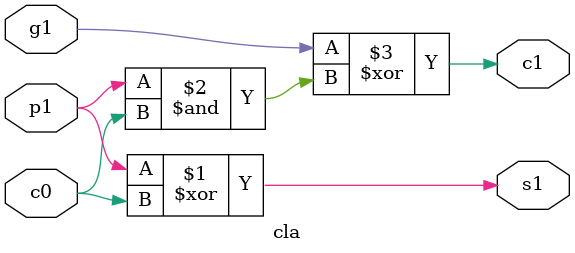
<source format=v>
module HW2_CLA(a1,b1,p,g,sum,c2);
input [7:0]a1;
input [7:0]b1;
output [7:0]p;
output [7:0]g;
output [8:0]sum;
output [8:0]c2;
// Finished
fa fa1(p[0],g[0],a1[0],b1[0]);
fa fa2(p[1],g[1],a1[1],b1[1]);
fa fa3(p[2],g[2],a1[2],b1[2]);
fa fa4(p[3],g[3],a1[3],b1[3]);
fa fa5(p[4],g[4],a1[4],b1[4]);
fa fa6(p[5],g[5],a1[5],b1[5]);
fa fa7(p[6],g[6],a1[6],b1[6]);
fa fa8(p[7],g[7],a1[7],b1[7]);
cla cla1(sum[0],c2[1],p[0],g[0],"0");
cla cla2(sum[1],c2[2],p[1],g[1],c2[1]);
cla cla3(sum[2],c2[3],p[2],g[2],c2[2]);
cla cla4(sum[3],c2[4],p[3],g[3],c2[3]);
cla cla5(sum[4],c2[5],p[4],g[4],c2[4]);
cla cla6(sum[5],c2[6],p[5],g[5],c2[5]);
cla cla7(sum[6],c2[7],p[6],g[6],c2[6]);
cla cla8(sum[7],c2[8],p[7],g[7],c2[7]);
cla cla9(sum[8],,"0",,c2[8]);
endmodule
module fa(s,c,a,b);
input a,b;
output s,c;
and(c,a,b);
xor(s,a,b);
endmodule
module cla(s1,c1,p1,g1,c0);
input p1,g1,c0;
output s1,c1;
xor(s1,p1,c0);
assign c1=g1^(p1&c0);
endmodule

</source>
